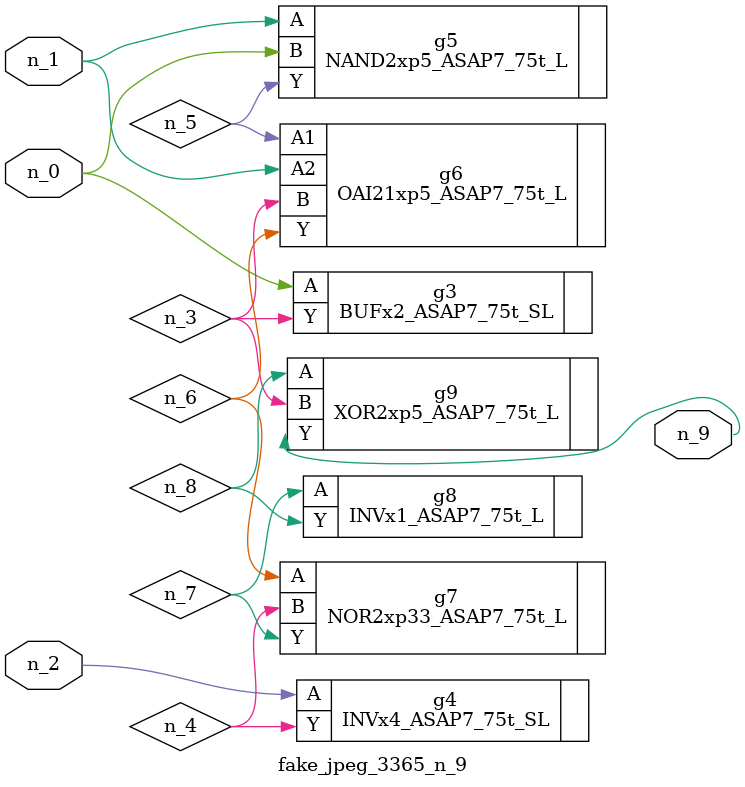
<source format=v>
module fake_jpeg_3365_n_9 (n_0, n_2, n_1, n_9);

input n_0;
input n_2;
input n_1;

output n_9;

wire n_3;
wire n_4;
wire n_8;
wire n_6;
wire n_5;
wire n_7;

BUFx2_ASAP7_75t_SL g3 ( 
.A(n_0),
.Y(n_3)
);

INVx4_ASAP7_75t_SL g4 ( 
.A(n_2),
.Y(n_4)
);

NAND2xp5_ASAP7_75t_L g5 ( 
.A(n_1),
.B(n_0),
.Y(n_5)
);

OAI21xp5_ASAP7_75t_L g6 ( 
.A1(n_5),
.A2(n_1),
.B(n_3),
.Y(n_6)
);

NOR2xp33_ASAP7_75t_L g7 ( 
.A(n_6),
.B(n_4),
.Y(n_7)
);

INVx1_ASAP7_75t_L g8 ( 
.A(n_7),
.Y(n_8)
);

XOR2xp5_ASAP7_75t_L g9 ( 
.A(n_8),
.B(n_3),
.Y(n_9)
);


endmodule
</source>
